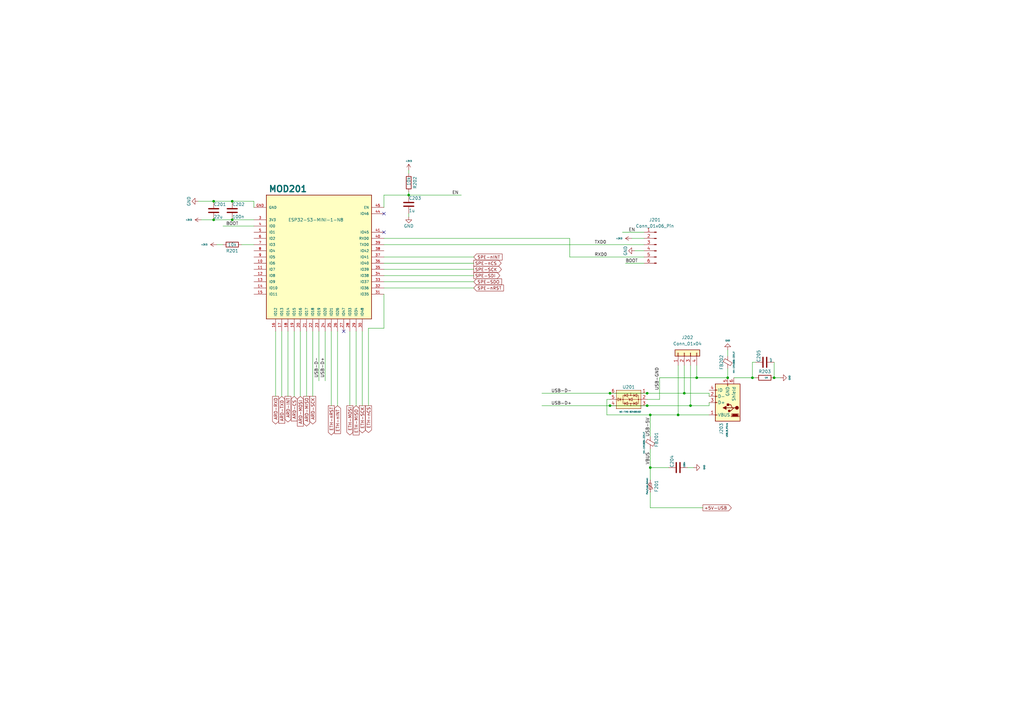
<source format=kicad_sch>
(kicad_sch (version 20230121) (generator eeschema)
  (paper "A3")
  (lib_symbols
    (symbol "Connector:Conn_01x06_Pin" (pin_names (offset 1.016) hide)
      (property "Reference" "J" (at 0 7.62 0))
      (property "Value" "Conn_01x06_Pin" (at 0 -10.16 0))
      (symbol "Conn_01x06_Pin_1_1"
        (polyline (pts (xy 1.27 -7.62) (xy 0.8636 -7.62)) (stroke (width 0.1524)))
        (polyline (pts (xy 1.27 -5.08) (xy 0.8636 -5.08)) (stroke (width 0.1524)))
        (polyline (pts (xy 1.27 -2.54) (xy 0.8636 -2.54)) (stroke (width 0.1524)))
        (polyline (pts (xy 1.27 0) (xy 0.8636 0)) (stroke (width 0.1524)))
        (polyline (pts (xy 1.27 2.54) (xy 0.8636 2.54)) (stroke (width 0.1524)))
        (polyline (pts (xy 1.27 5.08) (xy 0.8636 5.08)) (stroke (width 0.1524)))
        (rectangle (start 0.8636 -7.493) (end 0 -7.747) (stroke (width 0.1524)) (fill (type outline)))
        (rectangle (start 0.8636 -4.953) (end 0 -5.207) (stroke (width 0.1524)) (fill (type outline)))
        (rectangle (start 0.8636 -2.413) (end 0 -2.667) (stroke (width 0.1524)) (fill (type outline)))
        (rectangle (start 0.8636 0.127) (end 0 -0.127) (stroke (width 0.1524)) (fill (type outline)))
        (rectangle (start 0.8636 2.667) (end 0 2.413) (stroke (width 0.1524)) (fill (type outline)))
        (rectangle (start 0.8636 5.207) (end 0 4.953) (stroke (width 0.1524)) (fill (type outline)))
        (pin passive line (at 5.08 5.08 180) (length 3.81) (name "Pin_1") (number "1"))
        (pin passive line (at 5.08 2.54 180) (length 3.81) (name "Pin_2") (number "2"))
        (pin passive line (at 5.08 0 180) (length 3.81) (name "Pin_3") (number "3"))
        (pin passive line (at 5.08 -2.54 180) (length 3.81) (name "Pin_4") (number "4"))
        (pin passive line (at 5.08 -5.08 180) (length 3.81) (name "Pin_5") (number "5"))
        (pin passive line (at 5.08 -7.62 180) (length 3.81) (name "Pin_6") (number "6"))
      )
    )
    (symbol "Connector:USB_B_Micro" (pin_names (offset 1.016))
      (property "Reference" "J" (at -5.08 11.43 0))
      (property "Value" "USB_B_Micro" (at -5.08 8.89 0))
      (symbol "USB_B_Micro_0_1"
        (rectangle (start -5.08 -7.62) (end 5.08 7.62) (stroke (width 0.254)) (fill (type background)))
        (circle (center -3.81 2.159) (radius 0.635) (stroke (width 0.254)) (fill (type outline)))
        (circle (center -0.635 3.429) (radius 0.381) (stroke (width 0.254)) (fill (type outline)))
        (rectangle (start -0.127 -7.62) (end 0.127 -6.858))
        (polyline (pts (xy -1.905 2.159) (xy 0.635 2.159)) (stroke (width 0.254)))
        (polyline (pts (xy -3.175 2.159) (xy -2.54 2.159) (xy -1.27 3.429) (xy -0.635 3.429)) (stroke (width 0.254)))
        (polyline (pts (xy -2.54 2.159) (xy -1.905 2.159) (xy -1.27 0.889) (xy 0 0.889)) (stroke (width 0.254)))
        (polyline (pts (xy 0.635 2.794) (xy 0.635 1.524) (xy 1.905 2.159) (xy 0.635 2.794)) (stroke (width 0.254)) (fill (type outline)))
        (polyline (pts (xy -4.318 5.588) (xy -1.778 5.588) (xy -2.032 4.826) (xy -4.064 4.826) (xy -4.318 5.588)) (fill (type outline)))
        (polyline (pts (xy -4.699 5.842) (xy -4.699 5.588) (xy -4.445 4.826) (xy -4.445 4.572) (xy -1.651 4.572) (xy -1.651 4.826) (xy -1.397 5.588) (xy -1.397 5.842) (xy -4.699 5.842)))
        (rectangle (start 0.254 1.27) (end -0.508 0.508) (stroke (width 0.254)) (fill (type outline)))
        (rectangle (start 5.08 -5.207) (end 4.318 -4.953))
        (rectangle (start 5.08 -2.667) (end 4.318 -2.413))
        (rectangle (start 5.08 -0.127) (end 4.318 0.127))
        (rectangle (start 5.08 4.953) (end 4.318 5.207))
      )
      (symbol "USB_B_Micro_1_1"
        (pin power_out line (at 7.62 5.08 180) (length 2.54) (name "VBUS") (number "1"))
        (pin bidirectional line (at 7.62 -2.54 180) (length 2.54) (name "D-") (number "2"))
        (pin bidirectional line (at 7.62 0 180) (length 2.54) (name "D+") (number "3"))
        (pin passive line (at 7.62 -5.08 180) (length 2.54) (name "ID") (number "4"))
        (pin power_out line (at 0 -10.16 90) (length 2.54) (name "GND") (number "5"))
        (pin passive line (at -2.54 -10.16 90) (length 2.54) (name "Shield") (number "6"))
      )
    )
    (symbol "Connector_Generic:Conn_01x04" (pin_names (offset 1.016) hide)
      (property "Reference" "J" (at 0 5.08 0))
      (property "Value" "Conn_01x04" (at 0 -7.62 0))
      (symbol "Conn_01x04_1_1"
        (rectangle (start -1.27 -4.953) (end 0 -5.207) (stroke (width 0.1524)))
        (rectangle (start -1.27 -2.413) (end 0 -2.667) (stroke (width 0.1524)))
        (rectangle (start -1.27 0.127) (end 0 -0.127) (stroke (width 0.1524)))
        (rectangle (start -1.27 2.667) (end 0 2.413) (stroke (width 0.1524)))
        (rectangle (start -1.27 3.81) (end 1.27 -6.35) (stroke (width 0.254)) (fill (type background)))
        (pin passive line (at -5.08 2.54 0) (length 3.81) (name "Pin_1") (number "1"))
        (pin passive line (at -5.08 0 0) (length 3.81) (name "Pin_2") (number "2"))
        (pin passive line (at -5.08 -2.54 0) (length 3.81) (name "Pin_3") (number "3"))
        (pin passive line (at -5.08 -5.08 0) (length 3.81) (name "Pin_4") (number "4"))
      )
    )
    (symbol "Device:C" (pin_numbers hide) (pin_names (offset 0.254))
      (property "Reference" "C" (at 0.635 2.54 0))
      (property "Value" "C" (at 0.635 -2.54 0))
      (symbol "C_0_1"
        (polyline (pts (xy -2.032 -0.762) (xy 2.032 -0.762)) (stroke (width 0.508)))
        (polyline (pts (xy -2.032 0.762) (xy 2.032 0.762)) (stroke (width 0.508)))
      )
      (symbol "C_1_1"
        (pin passive line (at 0 3.81 270) (length 2.794) (name "~") (number "1"))
        (pin passive line (at 0 -3.81 90) (length 2.794) (name "~") (number "2"))
      )
    )
    (symbol "Device:Ferrite_Bead_Small" (pin_numbers hide) (pin_names (offset 0))
      (property "Reference" "FB" (at 1.905 1.27 0))
      (property "Value" "Device_Ferrite_Bead_Small" (at 1.905 -1.27 0))
      (symbol "Ferrite_Bead_Small_0_1"
        (polyline (pts (xy 0 -1.27) (xy 0 -0.7874)))
        (polyline (pts (xy 0 0.889) (xy 0 1.2954)))
        (polyline (pts (xy -1.8288 0.2794) (xy -1.1176 1.4986) (xy 1.8288 -0.2032) (xy 1.1176 -1.4224) (xy -1.8288 0.2794)))
      )
      (symbol "Ferrite_Bead_Small_1_1"
        (pin passive line (at 0 2.54 270) (length 1.27) (name "~") (number "1"))
        (pin passive line (at 0 -2.54 90) (length 1.27) (name "~") (number "2"))
      )
    )
    (symbol "Device:Polyfuse_Small" (pin_numbers hide) (pin_names (offset 0))
      (property "Reference" "F" (at -1.905 0 90))
      (property "Value" "Polyfuse_Small" (at 1.905 0 90))
      (symbol "Polyfuse_Small_0_1"
        (rectangle (start -0.508 1.27) (end 0.508 -1.27))
        (polyline (pts (xy 0 2.54) (xy 0 -2.54)))
        (polyline (pts (xy -1.016 1.27) (xy -1.016 0.762) (xy 1.016 -0.762) (xy 1.016 -1.27)))
      )
      (symbol "Polyfuse_Small_1_1"
        (pin passive line (at 0 2.54 270) (length 0.635) (name "~") (number "1"))
        (pin passive line (at 0 -2.54 90) (length 0.635) (name "~") (number "2"))
      )
    )
    (symbol "Device:R" (pin_numbers hide) (pin_names (offset 0))
      (property "Reference" "R" (at 2.032 0 90))
      (property "Value" "R" (at 0 0 90))
      (symbol "R_0_1"
        (rectangle (start -1.016 -2.54) (end 1.016 2.54) (stroke (width 0.254)))
      )
      (symbol "R_1_1"
        (pin passive line (at 0 3.81 270) (length 1.27) (name "~") (number "1"))
        (pin passive line (at 0 -3.81 90) (length 1.27) (name "~") (number "2"))
      )
    )
    (symbol "Power_Protection:WE-TVS-82400102"
      (property "Reference" "U" (at 0 7.62 0))
      (property "Value" "WE-TVS-82400102" (at 0 5.08 0))
      (symbol "WE-TVS-82400102_0_1"
        (rectangle (start -5.08 3.81) (end 5.08 -3.81) (fill (type background)))
        (circle (center -4.064 0) (radius 0.127))
        (rectangle (start -4.064 1.651) (end 2.286 -1.651))
        (circle (center -0.889 -2.54) (radius 0.127))
        (circle (center -0.889 -1.651) (radius 0.127))
        (circle (center -0.889 1.651) (radius 0.127))
        (circle (center -0.889 2.54) (radius 0.127))
        (polyline (pts (xy -5.08 -2.54) (xy 5.08 -2.54)))
        (polyline (pts (xy -5.08 2.54) (xy 5.08 2.54)))
        (polyline (pts (xy -4.064 0) (xy -5.08 0)))
        (polyline (pts (xy -4.064 0) (xy 2.286 0)) (fill (type outline)))
        (polyline (pts (xy -2.159 -1.016) (xy -2.159 -2.286)))
        (polyline (pts (xy -2.159 2.286) (xy -2.159 1.016)))
        (polyline (pts (xy -0.889 -1.651) (xy -0.889 -2.413)))
        (polyline (pts (xy -0.889 1.651) (xy -0.889 2.54)))
        (polyline (pts (xy -0.508 -0.635) (xy -0.508 -0.635)))
        (polyline (pts (xy 1.651 -1.016) (xy 1.651 -2.286)))
        (polyline (pts (xy 1.651 2.286) (xy 1.651 1.016)))
        (polyline (pts (xy 2.286 0) (xy 5.08 0)))
        (polyline (pts (xy -3.429 -1.016) (xy -3.429 -2.286) (xy -2.159 -1.651) (xy -3.429 -1.016)))
        (polyline (pts (xy -3.429 1.016) (xy -3.429 2.286) (xy -2.159 1.651) (xy -3.429 1.016)))
        (polyline (pts (xy 0 0.635) (xy -0.254 0.381) (xy -0.254 -0.381) (xy -0.508 -0.635)))
        (polyline (pts (xy 0.381 -1.016) (xy 0.381 -2.286) (xy 1.651 -1.651) (xy 0.381 -1.016)))
        (polyline (pts (xy 0.381 1.016) (xy 0.381 2.286) (xy 1.651 1.651) (xy 0.381 1.016)))
        (circle (center 2.286 0) (radius 0.127))
      )
      (symbol "WE-TVS-82400102_1_1"
        (polyline (pts (xy 3.175 0.635) (xy 3.175 -0.635)))
        (polyline (pts (xy -1.524 0.635) (xy -1.524 -0.635) (xy -0.254 0) (xy -1.524 0.635)))
        (polyline (pts (xy 4.445 0.635) (xy 4.445 -0.635) (xy 3.175 0) (xy 4.445 0.635)))
        (pin passive line (at -7.62 2.54 0) (length 2.54) (name "~") (number "1"))
        (pin passive line (at -7.62 0 0) (length 2.54) (name "~") (number "2"))
        (pin passive line (at -7.62 -2.54 0) (length 2.54) (name "~") (number "3"))
        (pin passive line (at 7.62 -2.54 180) (length 2.54) (name "~") (number "4"))
        (pin passive line (at 7.62 0 180) (length 2.54) (name "~") (number "5"))
        (pin passive line (at 7.62 2.54 180) (length 2.54) (name "~") (number "6"))
      )
    )
    (symbol "Project_Specific_Espressif:ESP32-S3-MINI-1-N8" (pin_names (offset 1.016))
      (property "Reference" "MOD" (at -19.05 24.13 0))
      (property "Value" "ESP32-S3-MINI-1-N8" (at -13.97 11.43 0))
      (symbol "ESP32-S3-MINI-1-N8_0_0"
        (rectangle (start -21.59 22.86) (end 21.59 -27.94) (stroke (width 0.254)) (fill (type background)))
        (pin bidirectional line (at -26.67 -5.08 0) (length 5.08) (name "IO6") (number "10"))
        (pin bidirectional line (at -26.67 -7.62 0) (length 5.08) (name "IO7") (number "11"))
        (pin bidirectional line (at -26.67 -10.16 0) (length 5.08) (name "IO8") (number "12"))
        (pin bidirectional line (at -26.67 -12.7 0) (length 5.08) (name "IO9") (number "13"))
        (pin bidirectional line (at -26.67 -15.24 0) (length 5.08) (name "IO10") (number "14"))
        (pin bidirectional line (at -26.67 -17.78 0) (length 5.08) (name "IO11") (number "15"))
        (pin bidirectional line (at -17.78 -33.02 90) (length 5.08) (name "IO12") (number "16"))
        (pin bidirectional line (at -15.24 -33.02 90) (length 5.08) (name "IO13") (number "17"))
        (pin bidirectional line (at -12.7 -33.02 90) (length 5.08) (name "IO14") (number "18"))
        (pin bidirectional line (at -10.16 -33.02 90) (length 5.08) (name "IO15") (number "19"))
        (pin bidirectional line (at -7.62 -33.02 90) (length 5.08) (name "IO16") (number "20"))
        (pin bidirectional line (at -5.08 -33.02 90) (length 5.08) (name "IO17") (number "21"))
        (pin bidirectional line (at -2.54 -33.02 90) (length 5.08) (name "IO18") (number "22"))
        (pin bidirectional line (at 0 -33.02 90) (length 5.08) (name "IO19") (number "23"))
        (pin bidirectional line (at 2.54 -33.02 90) (length 5.08) (name "IO20") (number "24"))
        (pin bidirectional line (at 5.08 -33.02 90) (length 5.08) (name "IO21") (number "25"))
        (pin bidirectional line (at 7.62 -33.02 90) (length 5.08) (name "IO26") (number "26"))
        (pin bidirectional line (at 10.16 -33.02 90) (length 5.08) (name "IO47") (number "27"))
        (pin bidirectional line (at 12.7 -33.02 90) (length 5.08) (name "IO33") (number "28"))
        (pin bidirectional line (at 15.24 -33.02 90) (length 5.08) (name "IO34") (number "29"))
        (pin power_in line (at -26.67 12.7 0) (length 5.08) (name "3V3") (number "3"))
        (pin bidirectional line (at 17.78 -33.02 90) (length 5.08) (name "IO48") (number "30"))
        (pin bidirectional line (at 26.67 -17.78 180) (length 5.08) (name "IO35") (number "31"))
        (pin bidirectional line (at 26.67 -15.24 180) (length 5.08) (name "IO36") (number "32"))
        (pin bidirectional line (at 26.67 -12.7 180) (length 5.08) (name "IO37") (number "33"))
        (pin bidirectional line (at 26.67 -10.16 180) (length 5.08) (name "IO38") (number "34"))
        (pin bidirectional line (at 26.67 -7.62 180) (length 5.08) (name "IO39") (number "35"))
        (pin bidirectional line (at 26.67 -5.08 180) (length 5.08) (name "IO40") (number "36"))
        (pin bidirectional line (at 26.67 -2.54 180) (length 5.08) (name "IO41") (number "37"))
        (pin bidirectional line (at 26.67 0 180) (length 5.08) (name "IO42") (number "38"))
        (pin bidirectional line (at 26.67 2.54 180) (length 5.08) (name "TXD0") (number "39"))
        (pin bidirectional line (at -26.67 10.16 0) (length 5.08) (name "IO0") (number "4"))
        (pin bidirectional line (at 26.67 5.08 180) (length 5.08) (name "RXD0") (number "40"))
        (pin bidirectional line (at 26.67 7.62 180) (length 5.08) (name "IO45") (number "41"))
        (pin bidirectional line (at 26.67 15.24 180) (length 5.08) (name "IO46") (number "44"))
        (pin input line (at 26.67 17.78 180) (length 5.08) (name "EN") (number "45"))
        (pin bidirectional line (at -26.67 7.62 0) (length 5.08) (name "IO1") (number "5"))
        (pin bidirectional line (at -26.67 5.08 0) (length 5.08) (name "IO2") (number "6"))
        (pin bidirectional line (at -26.67 2.54 0) (length 5.08) (name "IO3") (number "7"))
        (pin bidirectional line (at -26.67 0 0) (length 5.08) (name "IO4") (number "8"))
        (pin bidirectional line (at -26.67 -2.54 0) (length 5.08) (name "IO5") (number "9"))
      )
      (symbol "ESP32-S3-MINI-1-N8_1_0"
        (pin power_in line (at -26.67 17.78 0) (length 5.08) (name "GND") (number "GND"))
      )
    )
    (symbol "Project_Specific_Power:+3V3" (power) (pin_names (offset 0))
      (property "Value" "+3V3" (at 0 3.175 0))
      (symbol "+3V3_0_1"
        (polyline (pts (xy -0.762 1.27) (xy 0 2.54)))
        (polyline (pts (xy 0 0) (xy 0 2.54)))
        (polyline (pts (xy 0 2.54) (xy 0.762 1.27)))
      )
      (symbol "+3V3_1_1"
        (pin power_in line (at 0 0 90) (length 0) hide (name "+3V3") (number "1"))
      )
    )
    (symbol "power:GND" (power) (pin_names (offset 0))
      (property "Value" "GND" (at 0 -3.81 0))
      (symbol "GND_0_1"
        (polyline (pts (xy 0 0) (xy 0 -1.27) (xy 1.27 -1.27) (xy 0 -2.54) (xy -1.27 -1.27) (xy 0 -1.27)))
      )
      (symbol "GND_1_1"
        (pin power_in line (at 0 0 270) (length 0) hide (name "GND") (number "1"))
      )
    )
  )
  (junction (at 266.7 191.77))
  (junction (at 283.21 166.37))
  (junction (at 278.13 170.18))
  (junction (at 285.75 154.94))
  (junction (at 266.7 170.18))
  (junction (at 317.5 154.94))
  (junction (at 280.67 161.29))
  (junction (at 167.64 80.01))
  (junction (at 308.61 154.94))
  (junction (at 265.43 161.29))
  (junction (at 250.19 161.29))
  (junction (at 87.63 82.55))
  (junction (at 298.45 154.94))
  (junction (at 95.25 90.17))
  (junction (at 250.19 166.37))
  (junction (at 265.43 166.37))
  (junction (at 87.63 90.17))
  (junction (at 95.25 82.55))
  (no_connect (at 157.48 95.25))
  (no_connect (at 157.48 87.63))
  (no_connect (at 140.97 135.89))
  (wire (pts (xy 133.35 135.89) (xy 133.35 156.21)))
  (wire (pts (xy 248.92 170.18) (xy 266.7 170.18)))
  (wire (pts (xy 298.45 151.13) (xy 298.45 154.94)))
  (wire (pts (xy 250.19 166.37) (xy 265.43 166.37)))
  (wire (pts (xy 157.48 134.62) (xy 157.48 120.65)))
  (wire (pts (xy 259.08 97.79) (xy 264.16 97.79)))
  (wire (pts (xy 118.11 135.89) (xy 118.11 162.56)))
  (wire (pts (xy 143.51 135.89) (xy 143.51 166.37)))
  (wire (pts (xy 270.51 163.83) (xy 270.51 154.94)))
  (wire (pts (xy 87.63 82.55) (xy 95.25 82.55)))
  (wire (pts (xy 157.48 105.41) (xy 194.31 105.41)))
  (wire (pts (xy 290.83 166.37) (xy 290.83 165.1)))
  (wire (pts (xy 157.48 118.11) (xy 194.31 118.11)))
  (wire (pts (xy 285.75 149.86) (xy 285.75 154.94)))
  (wire (pts (xy 222.25 161.29) (xy 250.19 161.29)))
  (wire (pts (xy 167.64 69.85) (xy 167.64 71.12)))
  (wire (pts (xy 82.55 90.17) (xy 87.63 90.17)))
  (wire (pts (xy 167.64 87.63) (xy 167.64 88.9)))
  (wire (pts (xy 99.06 100.33) (xy 104.14 100.33)))
  (wire (pts (xy 157.48 80.01) (xy 157.48 85.09)))
  (wire (pts (xy 298.45 146.05) (xy 298.45 143.51)))
  (wire (pts (xy 285.75 154.94) (xy 298.45 154.94)))
  (wire (pts (xy 157.48 107.95) (xy 194.31 107.95)))
  (wire (pts (xy 283.21 149.86) (xy 283.21 166.37)))
  (wire (pts (xy 256.54 107.95) (xy 264.16 107.95)))
  (wire (pts (xy 157.48 115.57) (xy 194.31 115.57)))
  (wire (pts (xy 264.16 105.41) (xy 233.68 105.41)))
  (wire (pts (xy 87.63 90.17) (xy 95.25 90.17)))
  (wire (pts (xy 309.88 148.59) (xy 308.61 148.59)))
  (wire (pts (xy 167.64 80.01) (xy 189.23 80.01)))
  (wire (pts (xy 290.83 161.29) (xy 290.83 162.56)))
  (wire (pts (xy 95.25 82.55) (xy 104.14 82.55)))
  (wire (pts (xy 260.35 102.87) (xy 264.16 102.87)))
  (wire (pts (xy 266.7 191.77) (xy 274.32 191.77)))
  (wire (pts (xy 91.44 92.71) (xy 104.14 92.71)))
  (wire (pts (xy 266.7 208.28) (xy 288.29 208.28)))
  (wire (pts (xy 138.43 135.89) (xy 138.43 166.37)))
  (wire (pts (xy 148.59 135.89) (xy 148.59 166.37)))
  (wire (pts (xy 151.13 134.62) (xy 151.13 166.37)))
  (wire (pts (xy 146.05 135.89) (xy 146.05 166.37)))
  (wire (pts (xy 266.7 170.18) (xy 278.13 170.18)))
  (wire (pts (xy 222.25 166.37) (xy 250.19 166.37)))
  (wire (pts (xy 91.44 100.33) (xy 88.9 100.33)))
  (wire (pts (xy 233.68 105.41) (xy 233.68 97.79)))
  (wire (pts (xy 284.48 191.77) (xy 281.94 191.77)))
  (wire (pts (xy 157.48 110.49) (xy 194.31 110.49)))
  (wire (pts (xy 320.04 154.94) (xy 317.5 154.94)))
  (wire (pts (xy 115.57 135.89) (xy 115.57 162.56)))
  (wire (pts (xy 250.19 161.29) (xy 265.43 161.29)))
  (wire (pts (xy 157.48 80.01) (xy 167.64 80.01)))
  (wire (pts (xy 151.13 134.62) (xy 157.48 134.62)))
  (wire (pts (xy 278.13 149.86) (xy 278.13 170.18)))
  (wire (pts (xy 266.7 184.15) (xy 266.7 191.77)))
  (wire (pts (xy 157.48 97.79) (xy 233.68 97.79)))
  (wire (pts (xy 123.19 135.89) (xy 123.19 162.56)))
  (wire (pts (xy 250.19 163.83) (xy 248.92 163.83)))
  (wire (pts (xy 248.92 170.18) (xy 248.92 163.83)))
  (wire (pts (xy 95.25 90.17) (xy 104.14 90.17)))
  (wire (pts (xy 135.89 135.89) (xy 135.89 166.37)))
  (wire (pts (xy 265.43 163.83) (xy 270.51 163.83)))
  (wire (pts (xy 308.61 154.94) (xy 309.88 154.94)))
  (wire (pts (xy 157.48 113.03) (xy 194.31 113.03)))
  (wire (pts (xy 300.99 154.94) (xy 308.61 154.94)))
  (wire (pts (xy 255.27 95.25) (xy 264.16 95.25)))
  (wire (pts (xy 266.7 170.18) (xy 266.7 179.07)))
  (wire (pts (xy 113.03 135.89) (xy 113.03 162.56)))
  (wire (pts (xy 104.14 82.55) (xy 104.14 85.09)))
  (wire (pts (xy 128.27 135.89) (xy 128.27 162.56)))
  (wire (pts (xy 278.13 170.18) (xy 290.83 170.18)))
  (wire (pts (xy 265.43 161.29) (xy 280.67 161.29)))
  (wire (pts (xy 81.28 82.55) (xy 87.63 82.55)))
  (wire (pts (xy 280.67 161.29) (xy 290.83 161.29)))
  (wire (pts (xy 283.21 166.37) (xy 290.83 166.37)))
  (wire (pts (xy 317.5 148.59) (xy 317.5 154.94)))
  (wire (pts (xy 280.67 149.86) (xy 280.67 161.29)))
  (wire (pts (xy 308.61 154.94) (xy 308.61 148.59)))
  (wire (pts (xy 266.7 191.77) (xy 266.7 196.85)))
  (wire (pts (xy 125.73 135.89) (xy 125.73 162.56)))
  (wire (pts (xy 265.43 166.37) (xy 283.21 166.37)))
  (wire (pts (xy 120.65 135.89) (xy 120.65 162.56)))
  (wire (pts (xy 266.7 201.93) (xy 266.7 208.28)))
  (wire (pts (xy 130.81 135.89) (xy 130.81 156.21)))
  (wire (pts (xy 270.51 154.94) (xy 285.75 154.94)))
  (wire (pts (xy 157.48 100.33) (xy 264.16 100.33)))
  (wire (pts (xy 167.64 78.74) (xy 167.64 80.01)))
  (label "USB-D+" (at 133.35 154.94 90))
  (label "USB-D-" (at 130.81 154.94 90))
  (label "USB-D+" (at 226.06 166.37 0))
  (label "USB-5V" (at 266.7 179.07 90))
  (label "BOOT" (at 256.54 107.95 0))
  (label "USB-GND" (at 270.51 160.02 90))
  (label "USB-D-" (at 226.06 161.29 0))
  (label "BOOT" (at 92.71 92.71 0))
  (label "EN" (at 257.81 95.25 0))
  (label "RXD0" (at 243.84 105.41 0))
  (label "TXD0" (at 243.84 100.33 0))
  (label "EN" (at 185.42 80.01 0))
  (label "VBUS" (at 266.7 190.5 90))
  (global_label "SPE-SDI" (shape output) (at 194.31 113.03 0) (property "Intersheetrefs" "${INTERSHEET_REFS}" (at 205.5804 113.03 0) (effects (justify left))) (property "Odnośniki między arkuszami" "${INTERSHEET_REFS}" (effects hide)))
  (global_label "ETH-MOSI" (shape output) (at 143.51 166.37 270) (property "Intersheetrefs" "${INTERSHEET_REFS}" (at 143.51 178.9709 90) (effects (justify right))))
  (global_label "ARD-CS" (shape input) (at 120.65 162.56 270) (property "Intersheetrefs" "${INTERSHEET_REFS}" (at 120.65 173.2257 90) (effects (justify right))))
  (global_label "ARD-RXD" (shape output) (at 113.03 162.56 270) (property "Intersheetrefs" "${INTERSHEET_REFS}" (at 113.03 174.4957 90) (effects (justify right))))
  (global_label "ARD-TXD" (shape input) (at 115.57 162.56 270) (property "Intersheetrefs" "${INTERSHEET_REFS}" (at 115.57 174.1933 90) (effects (justify right))))
  (global_label "SPE-SCK" (shape output) (at 194.31 110.49 0) (property "Intersheetrefs" "${INTERSHEET_REFS}" (at 206.2456 110.49 0) (effects (justify left))) (property "Odnośniki między arkuszami" "${INTERSHEET_REFS}" (effects hide)))
  (global_label "ARD-INT" (shape output) (at 118.11 162.56 270) (property "Intersheetrefs" "${INTERSHEET_REFS}" (at 118.11 173.6491 90) (effects (justify right))))
  (global_label "ARD-MOSI" (shape input) (at 123.19 162.56 270) (property "Intersheetrefs" "${INTERSHEET_REFS}" (at 123.19 175.3424 90) (effects (justify right))))
  (global_label "+5V-USB" (shape output) (at 288.29 208.28 0) (property "Intersheetrefs" "${INTERSHEET_REFS}" (at 300.4487 208.28 0) (effects (justify left))))
  (global_label "SPE-nINT" (shape input) (at 194.31 105.41 0) (property "Intersheetrefs" "${INTERSHEET_REFS}" (at 206.548 105.41 0) (effects (justify left))) (property "Odnośniki między arkuszami" "${INTERSHEET_REFS}" (effects hide)))
  (global_label "ETH-MISO" (shape input) (at 146.05 166.37 270) (property "Intersheetrefs" "${INTERSHEET_REFS}" (at 146.05 178.9709 90) (effects (justify right))))
  (global_label "ARD-SCK" (shape output) (at 128.27 162.56 270) (property "Intersheetrefs" "${INTERSHEET_REFS}" (at 128.27 174.4957 90) (effects (justify right))))
  (global_label "SPE-nRST" (shape input) (at 194.31 118.11 0) (property "Intersheetrefs" "${INTERSHEET_REFS}" (at 207.0922 118.11 0) (effects (justify left))) (property "Odnośniki między arkuszami" "${INTERSHEET_REFS}" (effects hide)))
  (global_label "SPE-nCS" (shape output) (at 194.31 107.95 0) (property "Intersheetrefs" "${INTERSHEET_REFS}" (at 206.1246 107.95 0) (effects (justify left))) (property "Odnośniki między arkuszami" "${INTERSHEET_REFS}" (effects hide)))
  (global_label "ETH-SCK" (shape output) (at 148.59 166.37 270) (property "Intersheetrefs" "${INTERSHEET_REFS}" (at 148.59 178.1242 90) (effects (justify right))))
  (global_label "SPE-SDO" (shape input) (at 194.31 115.57 0) (property "Intersheetrefs" "${INTERSHEET_REFS}" (at 206.3061 115.57 0) (effects (justify left))) (property "Odnośniki między arkuszami" "${INTERSHEET_REFS}" (effects hide)))
  (global_label "ARD-MISO" (shape output) (at 125.73 162.56 270) (property "Intersheetrefs" "${INTERSHEET_REFS}" (at 125.73 175.3424 90) (effects (justify right))))
  (global_label "ETH-nRST" (shape output) (at 135.89 166.37 270) (property "Intersheetrefs" "${INTERSHEET_REFS}" (at 135.89 178.9708 90) (effects (justify right))))
  (global_label "ETH-nINT" (shape input) (at 138.43 166.37 270) (property "Intersheetrefs" "${INTERSHEET_REFS}" (at 138.43 178.4266 90) (effects (justify right))))
  (global_label "ETH-nCS" (shape output) (at 151.13 166.37 270) (property "Intersheetrefs" "${INTERSHEET_REFS}" (at 151.13 178.0032 90) (effects (justify right))))
  (symbol (lib_id "Project_Specific_Power:+3V3") (at 167.64 69.85 0) (unit 1)
    (property "Reference" "#PWR0204" (effects hide))
    (property "Value" "+3V3" (at 167.64 66.04 0) (effects (font (size 0.635 0.635))))
  )
  (symbol (lib_id "Device:Ferrite_Bead_Small") (at 266.7 181.61 0) (unit 1)
    (property "Reference" "FB201" (at 269.24 180.34 90))
    (property "Value" "HH-1M1005-221JT" (at 264.16 181.61 90) (effects (font (size 0.6 0.6))))
    (property "Footprint" "Project_Specific_Passives:FB_0603_1608Metric" (effects hide))
    (instances (project "SinglePair-Eth-Gateway" (path "" (reference "FB201") (unit 1))) (project "gateway-LoRa-T1L" (path "" (reference "FB101") (unit 1))) (project "Hemispherical-3D-Camera" (path "" (reference "FB1") (unit 1)) (path "" (reference "FB703") (unit 1))))
  )
  (symbol (lib_id "Device:Ferrite_Bead_Small") (at 298.45 148.59 0) (unit 1)
    (property "Reference" "FB202" (at 295.91 148.59 90))
    (property "Value" "HH-1M1005-221JT" (at 300.99 148.59 90) (effects (font (size 0.6 0.6))))
    (property "Footprint" "Project_Specific_Passives:FB_0603_1608Metric" (effects hide))
    (instances (project "SinglePair-Eth-Gateway" (path "" (reference "FB202") (unit 1))) (project "gateway-LoRa-T1L" (path "" (reference "FB103") (unit 1))) (project "Hemispherical-3D-Camera" (path "" (reference "FB3") (unit 1)) (path "" (reference "FB704") (unit 1))))
  )
  (symbol (lib_id "Connector:USB_B_Micro") (at 298.45 165.1 180) (unit 1)
    (property "Reference" "J203" (at 295.8338 173.482 90) (effects (justify left)))
    (property "Value" "USB_B_Micro" (at 298.1452 173.482 90) (effects (font (size 0.6 0.6)) (justify left)))
    (property "Footprint" "Connector_USB:USB_Micro-B_Molex-105133-0001" (effects hide))
    (instances (project "SinglePair-Eth-Gateway" (path "" (reference "J203") (unit 1))) (project "gateway-LoRa-T1L" (path "" (reference "J101") (unit 1))) (project "Hemispherical-3D-Camera" (path "" (reference "J4") (unit 1)) (path "" (reference "J702") (unit 1))))
  )
  (symbol (lib_id "Device:R") (at 95.25 100.33 90) (unit 1)
    (property "Reference" "R201" (at 95.25 102.87 90))
    (property "Value" "10k" (at 95.25 100.33 90))
    (property "Footprint" "Resistor_SMD:R_0603_1608Metric" (effects hide))
  )
  (symbol (lib_id "Project_Specific_Power:+3V3") (at 259.08 97.79 90) (unit 1)
    (property "Reference" "#PWR0206" (effects hide))
    (property "Value" "+3V3" (at 255.27 97.79 90) (effects (font (size 0.635 0.635)) (justify left)))
  )
  (symbol (lib_id "Device:R") (at 313.69 154.94 90) (unit 1)
    (property "Reference" "R203" (at 316.23 152.4 90) (effects (justify left)))
    (property "Value" "1M" (at 314.96 154.94 90) (effects (font (size 0.6 0.6)) (justify left)))
    (property "Footprint" "Resistor_SMD:R_0603_1608Metric" (effects hide))
    (instances (project "SinglePair-Eth-Gateway" (path "" (reference "R203") (unit 1))) (project "gateway-LoRa-T1L" (path "" (reference "R104") (unit 1))) (project "Hemispherical-3D-Camera" (path "" (reference "R16") (unit 1)) (path "" (reference "R703") (unit 1))))
  )
  (symbol (lib_id "Device:C") (at 313.69 148.59 90) (unit 1)
    (property "Reference" "C205" (at 311.15 148.59 0) (effects (justify left)))
    (property "Value" "4n7" (at 316.23 148.59 0) (effects (font (size 0.6 0.6)) (justify left)))
    (property "Footprint" "Capacitor_SMD:C_0603_1608Metric" (effects hide))
    (instances (project "SinglePair-Eth-Gateway" (path "" (reference "C205") (unit 1))) (project "gateway-LoRa-T1L" (path "" (reference "C112") (unit 1))) (project "Hemispherical-3D-Camera" (path "" (reference "C20") (unit 1)) (path "" (reference "C723") (unit 1))))
  )
  (symbol (lib_id "Connector:Conn_01x06_Pin") (at 269.24 100.33 0) (mirror y) (unit 1)
    (property "Reference" "J201" (at 268.605 90.17 0))
    (property "Value" "Conn_01x06_Pin" (at 268.605 92.71 0))
    (property "Footprint" "Connector_PinHeader_2.54mm:PinHeader_1x06_P2.54mm_Vertical_SMD_Pin1Left" (effects hide))
  )
  (symbol (lib_id "Power_Protection:WE-TVS-82400102") (at 257.81 163.83 0) (mirror y) (unit 1)
    (property "Reference" "U201" (at 255.27 158.75 0) (effects (justify right)))
    (property "Value" "WE-TVS-82400102" (at 254 168.91 0) (effects (font (size 0.6 0.6)) (justify right)))
    (property "Footprint" "Project_Specific_Wuerth:SOT-23-6" (effects hide))
    (property "Datasheet" "https://katalog.we-online.de/pbs/datasheet/82400102.pdf" (effects hide))
    (instances (project "SinglePair-Eth-Gateway" (path "" (reference "U201") (unit 1))) (project "gateway-LoRa-T1L" (path "" (reference "U101") (unit 1))) (project "Hemispherical-3D-Camera" (path "" (reference "U4") (unit 1)) (path "" (reference "U702") (unit 1))))
  )
  (symbol (lib_id "Connector_Generic:Conn_01x04") (at 280.67 144.78 90) (unit 1)
    (property "Reference" "J202" (at 281.94 138.43 90))
    (property "Value" "Conn_01x04" (at 281.94 140.97 90))
    (property "Footprint" "Connector_PinSocket_2.54mm:PinSocket_1x04_P2.54mm_Vertical_SMD_Pin1Right" (effects hide))
  )
  (symbol (lib_id "Device:C") (at 87.63 86.36 0) (unit 1)
    (property "Reference" "C201" (at 87.63 83.82 0) (effects (justify left)))
    (property "Value" "22u" (at 87.63 88.9 0) (effects (justify left)))
    (property "Footprint" "Capacitor_SMD:C_0805_2012Metric" (effects hide))
  )
  (symbol (lib_id "power:GND") (at 81.28 82.55 270) (unit 1)
    (property "Reference" "#PWR0201" (effects hide))
    (property "Value" "GND" (at 77.47 82.55 0))
  )
  (symbol (lib_id "power:GND") (at 320.04 154.94 90) (unit 1)
    (property "Reference" "#PWR0210" (effects hide))
    (property "Value" "GND" (at 323.85 154.94 0) (effects (font (size 0.6 0.6))))
    (instances (project "SinglePair-Eth-Gateway" (path "" (reference "#PWR0210") (unit 1))) (project "gateway-LoRa-T1L" (path "" (reference "#PWR0119") (unit 1))) (project "Hemispherical-3D-Camera" (path "" (reference "#PWR033") (unit 1)) (path "" (reference "#PWR0746") (unit 1))))
  )
  (symbol (lib_id "power:GND") (at 284.48 191.77 90) (unit 1)
    (property "Reference" "#PWR0208" (effects hide))
    (property "Value" "GND" (at 288.8742 191.643 0) (effects (font (size 0.6 0.6))))
    (instances (project "SinglePair-Eth-Gateway" (path "" (reference "#PWR0208") (unit 1))) (project "gateway-LoRa-T1L" (path "" (reference "#PWR0116") (unit 1))) (project "Hemispherical-3D-Camera" (path "" (reference "#PWR031") (unit 1)) (path "" (reference "#PWR0745") (unit 1))))
  )
  (symbol (lib_id "Device:Polyfuse_Small") (at 266.7 199.39 0) (unit 1)
    (property "Reference" "F201" (at 269.24 199.39 90))
    (property "Value" "Polyfuse_Small" (at 265.43 199.39 90) (effects (font (size 0.6 0.6))))
    (property "Footprint" "Fuse:Fuse_1210_3225Metric" (effects hide))
    (instances (project "SinglePair-Eth-Gateway" (path "" (reference "F201") (unit 1))) (project "gateway-LoRa-T1L" (path "" (reference "F101") (unit 1))) (project "Hemispherical-3D-Camera" (path "" (reference "F1") (unit 1)) (path "" (reference "F701") (unit 1))))
  )
  (symbol (lib_id "Project_Specific_Power:+3V3") (at 88.9 100.33 90) (unit 1)
    (property "Reference" "#PWR0203" (effects hide))
    (property "Value" "+3V3" (at 85.09 100.33 90) (effects (font (size 0.635 0.635)) (justify left)))
  )
  (symbol (lib_id "Project_Specific_Power:+3V3") (at 82.55 90.17 90) (unit 1)
    (property "Reference" "#PWR0202" (effects hide))
    (property "Value" "+3V3" (at 78.74 90.17 90) (effects (font (size 0.635 0.635)) (justify left)))
  )
  (symbol (lib_id "Device:C") (at 95.25 86.36 0) (unit 1)
    (property "Reference" "C202" (at 95.25 83.82 0) (effects (justify left)))
    (property "Value" "100n" (at 95.25 88.9 0) (effects (justify left)))
    (property "Footprint" "Capacitor_SMD:C_0603_1608Metric" (effects hide))
  )
  (symbol (lib_id "power:GND") (at 298.45 143.51 180) (unit 1)
    (property "Reference" "#PWR0209" (effects hide))
    (property "Value" "GND" (at 298.45 139.7 0) (effects (font (size 0.6 0.6))))
    (instances (project "SinglePair-Eth-Gateway" (path "" (reference "#PWR0209") (unit 1))) (project "gateway-LoRa-T1L" (path "" (reference "#PWR0120") (unit 1))) (project "Hemispherical-3D-Camera" (path "" (reference "#PWR034") (unit 1)) (path "" (reference "#PWR0744") (unit 1))))
  )
  (symbol (lib_id "power:GND") (at 260.35 102.87 270) (unit 1)
    (property "Reference" "#PWR0207" (effects hide))
    (property "Value" "GND" (at 256.54 102.87 0))
  )
  (symbol (lib_id "Device:C") (at 167.64 83.82 0) (unit 1)
    (property "Reference" "C203" (at 167.64 81.28 0) (effects (justify left)))
    (property "Value" "1u" (at 167.64 86.36 0) (effects (justify left)))
    (property "Footprint" "Capacitor_SMD:C_0603_1608Metric" (effects hide))
  )
  (symbol (lib_id "Device:C") (at 278.13 191.77 90) (unit 1)
    (property "Reference" "C204" (at 275.59 191.77 0) (effects (justify left)))
    (property "Value" "100n" (at 280.67 191.77 0) (effects (font (size 0.6 0.6)) (justify left)))
    (property "Footprint" "Capacitor_SMD:C_0603_1608Metric" (effects hide))
    (instances (project "SinglePair-Eth-Gateway" (path "" (reference "C204") (unit 1))) (project "gateway-LoRa-T1L" (path "" (reference "C111") (unit 1))) (project "Hemispherical-3D-Camera" (path "" (reference "C19") (unit 1)) (path "" (reference "C722") (unit 1))))
  )
  (symbol (lib_id "Device:R") (at 167.64 74.93 0) (unit 1)
    (property "Reference" "R202" (at 170.18 77.47 90) (effects (justify left)))
    (property "Value" "10k" (at 167.64 76.2 90) (effects (justify left)))
    (property "Footprint" "Resistor_SMD:R_0603_1608Metric" (effects hide))
  )
  (symbol (lib_id "Project_Specific_Espressif:ESP32-S3-MINI-1-N8") (at 130.81 102.87 0) (unit 1)
    (property "Reference" "MOD201" (at 118.11 77.47 0) (effects (font (size 2.54 2.54) bold)))
    (property "Value" "ESP32-S3-MINI-1-N8" (at 129.54 90.17 0))
    (property "Footprint" "Project_Specific_Espressif:XCVR_ESP32-S3-MINI-1-N8" (effects hide))
    (property "MANUFACTURER" "Espressif" (effects hide))
  )
  (symbol (lib_id "power:GND") (at 167.64 88.9 0) (unit 1)
    (property "Reference" "#PWR0205" (effects hide))
    (property "Value" "GND" (at 167.64 92.71 0))
  )
)
</source>
